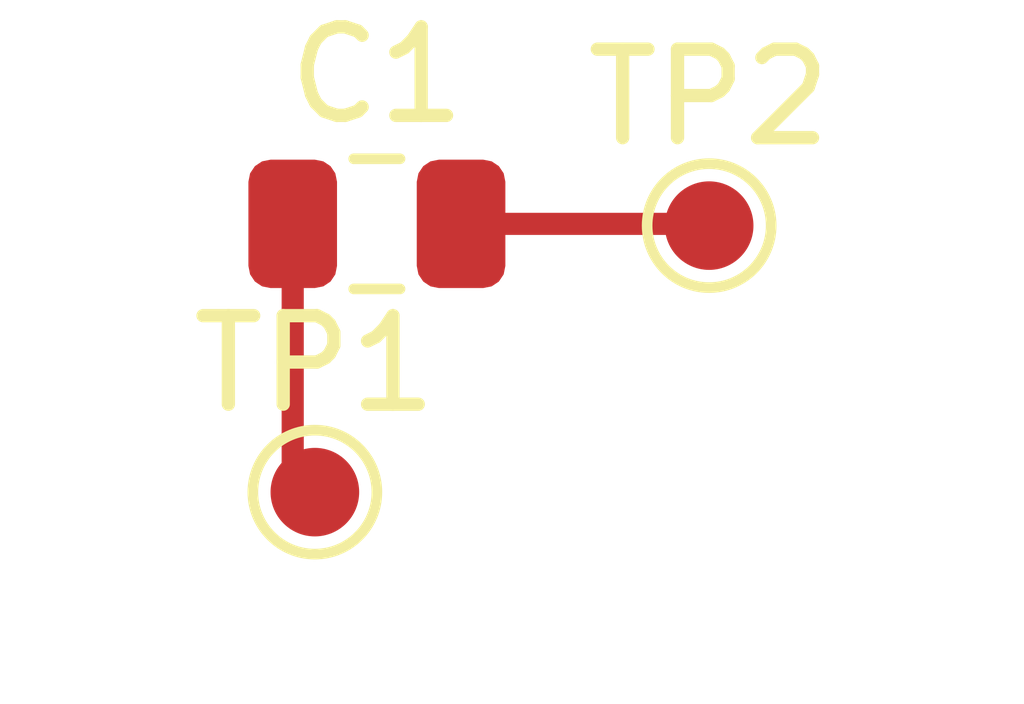
<source format=kicad_pcb>
(kicad_pcb (version 20201220) (generator pcbnew)
  (layers (0 "F.Cu" signal) (31 "B.Cu" signal) (34 "B.Paste" user) (35 "F.Paste" user) (36 "B.SilkS" user "B.Silkscreen") (37 "F.SilkS" user "F.Silkscreen") (38 "B.Mask" user) (39 "F.Mask" user) (44 "Edge.Cuts" user))
  (net 0 "")
  (net 1 "Net-(C1-Pad2)")
  (net 2 "Net-(C1-Pad1)")
  (footprint "TestPoint:TestPoint_Pad_D1.0mm" (layer "F.Cu") (at 159.9296 92.4126)
    (fp_text reference "TP1" (at 0 -1.448) (layer "F.SilkS"))
    (fp_text value "TestPoint")
    (fp_circle (center 0 0) (end 0 0.7) (layer "F.SilkS") (width 0.12) (fill none))
    (pad "1" smd circle (at 0 0) (size 1 1) (layers "F.Cu" "F.Mask") (net 2 "Net-(C1-Pad1)"))
  )
  (footprint "TestPoint:TestPoint_Pad_D1.0mm" (layer "F.Cu") (at 164.3796 89.4026)
    (fp_text reference "TP2" (at 0 -1.448) (layer "F.SilkS"))
    (fp_text value "TestPoint")
    (fp_circle (center 0 0) (end 0 0.7) (layer "F.SilkS") (width 0.12) (fill none))
    (pad "1" smd circle (at 0 0) (size 1 1) (layers "F.Cu" "F.Mask") (net 1 "Net-(C1-Pad2)"))
  )
  (footprint "Capacitor_SMD:C_0805_2012Metric" (layer "F.Cu") (at 160.6296 89.3826)
    (fp_text reference "C1" (at 0 -1.68) (layer "F.SilkS"))
    (fp_text value "C")
    (fp_line (start -0.261252 -0.735) (end 0.261252 -0.735) (layer "F.SilkS") (width 0.12))
    (fp_line (start -0.261252 0.735) (end 0.261252 0.735) (layer "F.SilkS") (width 0.12))
    (pad "1" smd roundrect (at -0.95 0) (size 1 1.45) (layers "F.Cu" "F.Paste" "F.Mask") (net 2 "Net-(C1-Pad1)"))
    (pad "2" smd roundrect (at 0.95 0) (size 1 1.45) (layers "F.Cu" "F.Paste" "F.Mask") (net 1 "Net-(C1-Pad2)"))
  )
  (segment (start 161.5796 89.3826) (end 164.3596 89.3826) (width 0.25) (layer "F.Cu") (net 1))
  (segment (start 164.3596 89.3826) (end 164.3796 89.4026) (width 0.25) (layer "F.Cu") (net 1))
  (segment (start 159.6796 92.1626) (end 159.9296 92.4126) (width 0.25) (layer "F.Cu") (net 2))
  (segment (start 159.6796 89.3826) (end 159.6796 92.1626) (width 0.25) (layer "F.Cu") (net 2))
)
</source>
